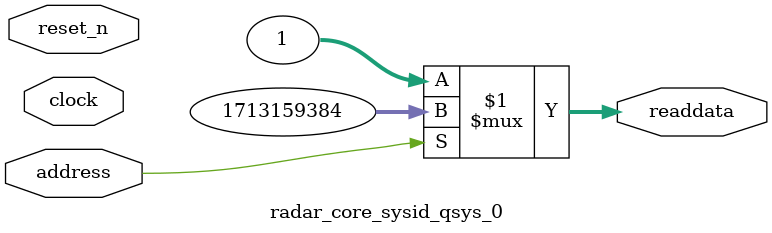
<source format=v>



// synthesis translate_off
`timescale 1ns / 1ps
// synthesis translate_on

// turn off superfluous verilog processor warnings 
// altera message_level Level1 
// altera message_off 10034 10035 10036 10037 10230 10240 10030 

module radar_core_sysid_qsys_0 (
               // inputs:
                address,
                clock,
                reset_n,

               // outputs:
                readdata
             )
;

  output  [ 31: 0] readdata;
  input            address;
  input            clock;
  input            reset_n;

  wire    [ 31: 0] readdata;
  //control_slave, which is an e_avalon_slave
  assign readdata = address ? 1713159384 : 1;

endmodule



</source>
